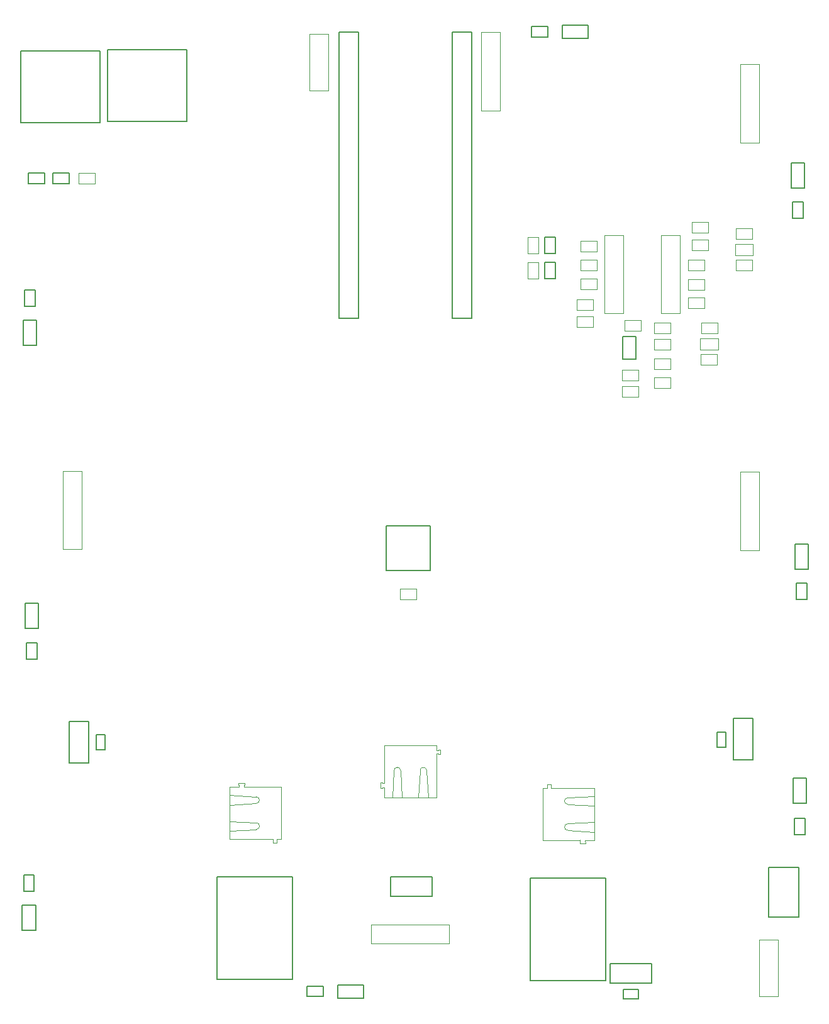
<source format=gbr>
G04*
G04 #@! TF.GenerationSoftware,Altium Limited,Altium Designer,22.4.2 (48)*
G04*
G04 Layer_Color=16711935*
%FSLAX24Y24*%
%MOIN*%
G70*
G04*
G04 #@! TF.SameCoordinates,537B0F5E-1D9E-48F4-ADA7-34FC38263873*
G04*
G04*
G04 #@! TF.FilePolarity,Positive*
G04*
G01*
G75*
%ADD13C,0.0079*%
%ADD68C,0.0039*%
D13*
X39369Y59946D02*
Y60654D01*
X38031D02*
X39369D01*
X38031Y59946D02*
Y60654D01*
Y59946D02*
X39369D01*
X37233Y60024D02*
Y60576D01*
X36367D02*
X37233D01*
X36367Y60024D02*
Y60576D01*
Y60024D02*
X37233D01*
X26174Y45125D02*
X27226D01*
Y60275D01*
X26174D02*
X27226D01*
X26174Y45125D02*
Y60275D01*
X32174Y45125D02*
X33226D01*
Y60275D01*
X32174D02*
X33226D01*
X32174Y45125D02*
Y60275D01*
X9524Y45767D02*
X10076D01*
Y46633D01*
X9524D02*
X10076D01*
X9524Y45767D02*
Y46633D01*
X9474Y14767D02*
X10026D01*
Y15633D01*
X9474D02*
X10026D01*
X9474Y14767D02*
Y15633D01*
X50424Y31083D02*
X50976D01*
X50424Y30217D02*
Y31083D01*
Y30217D02*
X50976D01*
Y31083D01*
X50324Y18633D02*
X50876D01*
X50324Y17767D02*
Y18633D01*
Y17767D02*
X50876D01*
Y18633D01*
X50224Y51283D02*
X50776D01*
X50224Y50417D02*
Y51283D01*
Y50417D02*
X50776D01*
Y51283D01*
X9624Y27933D02*
X10176D01*
X9624Y27067D02*
Y27933D01*
Y27067D02*
X10176D01*
Y27933D01*
X25333Y9174D02*
Y9726D01*
X24467D02*
X25333D01*
X24467Y9174D02*
Y9726D01*
Y9174D02*
X25333D01*
X50346Y33169D02*
X51054D01*
X50346Y31831D02*
Y33169D01*
Y31831D02*
X51054D01*
Y33169D01*
X27469Y9096D02*
Y9804D01*
X26131D02*
X27469D01*
X26131Y9096D02*
Y9804D01*
Y9096D02*
X27469D01*
X50246Y20769D02*
X50954D01*
X50246Y19431D02*
Y20769D01*
Y19431D02*
X50954D01*
Y20769D01*
X50146Y53369D02*
X50854D01*
X50146Y52031D02*
Y53369D01*
Y52031D02*
X50854D01*
Y53369D01*
X9446Y43681D02*
X10154D01*
Y45019D01*
X9446D02*
X10154D01*
X9446Y43681D02*
Y45019D01*
X9546Y30019D02*
X10254D01*
X9546Y28681D02*
Y30019D01*
Y28681D02*
X10254D01*
Y30019D01*
X9396Y12681D02*
X10104D01*
Y14019D01*
X9396D02*
X10104D01*
X9396Y12681D02*
Y14019D01*
X48938Y13391D02*
X50552D01*
Y16028D01*
X48938D02*
X50552D01*
X48938Y13391D02*
Y16028D01*
X37065Y47217D02*
X37635D01*
Y48083D01*
X37065D02*
X37635D01*
X37065Y47217D02*
Y48083D01*
Y48567D02*
X37635D01*
Y49433D01*
X37065D02*
X37635D01*
X37065Y48567D02*
Y49433D01*
X41217Y42950D02*
Y44150D01*
Y42950D02*
X41906D01*
Y44150D01*
X41217D02*
X41906D01*
X9300Y55500D02*
Y59300D01*
Y55500D02*
X13500D01*
Y59300D01*
X9300D02*
X13500D01*
X13900Y55564D02*
Y59364D01*
Y55564D02*
X18100D01*
Y59364D01*
X13900D02*
X18100D01*
X11883Y52265D02*
Y52835D01*
X11017D02*
X11883D01*
X11017Y52265D02*
Y52835D01*
Y52265D02*
X11883D01*
X10583D02*
Y52835D01*
X9717D02*
X10583D01*
X9717Y52265D02*
Y52835D01*
Y52265D02*
X10583D01*
X28669Y31769D02*
X31031D01*
Y34131D01*
X28669D02*
X31031D01*
X28669Y31769D02*
Y34131D01*
X19700Y10085D02*
Y15515D01*
Y10085D02*
X23700D01*
Y15515D01*
X19700D02*
X23700D01*
X36300Y10035D02*
Y15465D01*
Y10035D02*
X40300D01*
Y15465D01*
X36300D02*
X40300D01*
X31098Y14480D02*
Y15520D01*
X28902D02*
X31098D01*
X28902Y14480D02*
Y15520D01*
Y14480D02*
X31098D01*
X47075Y23929D02*
X48115D01*
X47075Y21732D02*
Y23929D01*
Y21732D02*
X48115D01*
Y23929D01*
X42748Y9880D02*
Y10920D01*
X40552D02*
X42748D01*
X40552Y9880D02*
Y10920D01*
Y9880D02*
X42748D01*
X11880Y21552D02*
X12920D01*
Y23748D01*
X11880D02*
X12920D01*
X11880Y21552D02*
Y23748D01*
X46199Y22386D02*
X46691D01*
Y23174D01*
X46199D02*
X46691D01*
X46199Y22386D02*
Y23174D01*
X42044Y9054D02*
Y9546D01*
X41256D02*
X42044D01*
X41256Y9054D02*
Y9546D01*
Y9054D02*
X42044D01*
X13304Y22256D02*
X13796D01*
Y23044D01*
X13304D02*
X13796D01*
X13304Y22256D02*
Y23044D01*
D68*
X29449Y21150D02*
G03*
X29095Y21150I-177J0D01*
G01*
X30827D02*
G03*
X30473Y21150I-177J0D01*
G01*
X38311Y18338D02*
G03*
X38311Y17984I0J-177D01*
G01*
Y19716D02*
G03*
X38311Y19362I0J-177D01*
G01*
X21789Y19412D02*
G03*
X21789Y19766I0J177D01*
G01*
Y18034D02*
G03*
X21789Y18388I0J177D01*
G01*
X29016Y19733D02*
X29093Y21150D01*
X29451D02*
X29528Y19733D01*
X30829Y21150D02*
X30906Y19733D01*
X30394D02*
X30471Y21150D01*
X28386Y20528D02*
X28584Y20501D01*
X28583Y20500D02*
Y22489D01*
X28386Y20214D02*
X28583Y20245D01*
X28386Y20214D02*
Y20528D01*
X31339Y19733D02*
Y22056D01*
Y22233D02*
Y22489D01*
X28583Y19733D02*
X31339D01*
X28583D02*
Y20245D01*
Y22489D02*
X31339D01*
X31536Y22036D02*
Y22252D01*
X31339Y22233D02*
X31536Y22252D01*
X31339Y22056D02*
X31536Y22036D01*
X47450Y58575D02*
X48450D01*
Y54425D02*
Y58575D01*
X47450Y54425D02*
X48450D01*
X47450D02*
Y58575D01*
X32025Y12000D02*
Y13000D01*
X27875Y12000D02*
X32025D01*
X27875D02*
Y13000D01*
X32025D01*
X43250Y45375D02*
X44250D01*
X43250D02*
Y49525D01*
X44250D01*
Y45375D02*
Y49525D01*
X40250Y45375D02*
X41250D01*
X40250D02*
Y49525D01*
X41250D01*
Y45375D02*
Y49525D01*
X45351Y42665D02*
Y43235D01*
X46217Y42665D02*
Y43235D01*
X45351D02*
X46217D01*
X45351Y42665D02*
X46217D01*
X45328Y43445D02*
X46272D01*
X45328Y44055D02*
X46272D01*
Y43445D02*
Y44055D01*
X45328Y43445D02*
Y44055D01*
X43733Y42415D02*
Y42985D01*
X42867Y42415D02*
Y42985D01*
Y42415D02*
X43733D01*
X42867Y42985D02*
X43733D01*
Y41415D02*
Y41985D01*
X42867Y41415D02*
Y41985D01*
Y41415D02*
X43733D01*
X42867Y41985D02*
X43733D01*
X41167Y40965D02*
Y41535D01*
X42033Y40965D02*
Y41535D01*
X41167D02*
X42033D01*
X41167Y40965D02*
X42033D01*
X42183Y44465D02*
Y45035D01*
X41317Y44465D02*
Y45035D01*
Y44465D02*
X42183D01*
X41317Y45035D02*
X42183D01*
X36165Y47217D02*
X36735D01*
X36165Y48083D02*
X36735D01*
X36165Y47217D02*
Y48083D01*
X36735Y47217D02*
Y48083D01*
X44667Y46615D02*
Y47185D01*
X45533Y46615D02*
Y47185D01*
X44667D02*
X45533D01*
X44667Y46615D02*
X45533D01*
X48083Y47665D02*
Y48235D01*
X47217Y47665D02*
Y48235D01*
Y47665D02*
X48083D01*
X47217Y48235D02*
X48083D01*
X44667Y47665D02*
Y48235D01*
X45533Y47665D02*
Y48235D01*
X44667D02*
X45533D01*
X44667Y47665D02*
X45533D01*
X36165Y49433D02*
X36735D01*
X36165Y48567D02*
X36735D01*
Y49433D01*
X36165Y48567D02*
Y49433D01*
X44867Y48715D02*
Y49285D01*
X45733Y48715D02*
Y49285D01*
X44867D02*
X45733D01*
X44867Y48715D02*
X45733D01*
X46233Y44315D02*
Y44885D01*
X45367Y44315D02*
Y44885D01*
Y44315D02*
X46233D01*
X45367Y44885D02*
X46233D01*
X48083Y49315D02*
Y49885D01*
X47217Y49315D02*
Y49885D01*
Y49315D02*
X48083D01*
X47217Y49885D02*
X48083D01*
X44867Y49665D02*
Y50235D01*
X45733Y49665D02*
Y50235D01*
X44867D02*
X45733D01*
X44867Y49665D02*
X45733D01*
X38972Y48665D02*
Y49235D01*
X39839Y48665D02*
Y49235D01*
X38972D02*
X39839D01*
X38972Y48665D02*
X39839D01*
X47178Y48445D02*
X48122D01*
X47178Y49055D02*
X48122D01*
Y48445D02*
Y49055D01*
X47178Y48445D02*
Y49055D01*
X42867Y43465D02*
Y44035D01*
X43733Y43465D02*
Y44035D01*
X42867D02*
X43733D01*
X42867Y43465D02*
X43733D01*
Y44315D02*
Y44885D01*
X42867Y44315D02*
Y44885D01*
Y44315D02*
X43733D01*
X42867Y44885D02*
X43733D01*
X44667Y45665D02*
Y46235D01*
X45533Y45665D02*
Y46235D01*
X44667D02*
X45533D01*
X44667Y45665D02*
X45533D01*
X38967Y47665D02*
Y48235D01*
X39833Y47665D02*
Y48235D01*
X38967D02*
X39833D01*
X38967Y47665D02*
X39833D01*
X38767Y44665D02*
Y45235D01*
X39633Y44665D02*
Y45235D01*
X38767D02*
X39633D01*
X38767Y44665D02*
X39633D01*
X38767Y45565D02*
Y46135D01*
X39633Y45565D02*
Y46135D01*
X38767D02*
X39633D01*
X38767Y45565D02*
X39633D01*
X38967Y46665D02*
Y47235D01*
X39833Y46665D02*
Y47235D01*
X38967D02*
X39833D01*
X38967Y46665D02*
X39833D01*
X42033Y41815D02*
Y42385D01*
X41167Y41815D02*
Y42385D01*
Y41815D02*
X42033D01*
X41167Y42385D02*
X42033D01*
X12367Y52265D02*
Y52835D01*
X13233Y52265D02*
Y52835D01*
X12367D02*
X13233D01*
X12367Y52265D02*
X13233D01*
X30283Y30215D02*
Y30785D01*
X29417Y30215D02*
Y30785D01*
Y30215D02*
X30283D01*
X29417Y30785D02*
X30283D01*
X38311Y17982D02*
X39728Y17905D01*
X38311Y18340D02*
X39728Y18417D01*
X38311Y19718D02*
X39728Y19795D01*
X38311Y19360D02*
X39728Y19283D01*
X38933Y17275D02*
X38960Y17473D01*
X36972Y17472D02*
X38960D01*
X39216D02*
X39247Y17275D01*
X38933D02*
X39247D01*
X37405Y20228D02*
X39728D01*
X36972D02*
X37228D01*
X39728Y17472D02*
Y20228D01*
X39216Y17472D02*
X39728D01*
X36972D02*
Y20228D01*
X37208Y20425D02*
X37425D01*
X37209Y20425D02*
X37228Y20228D01*
X37405D02*
X37424Y20425D01*
X20372Y19845D02*
X21789Y19768D01*
X20372Y19333D02*
X21789Y19410D01*
X20372Y17955D02*
X21789Y18032D01*
X20372Y18467D02*
X21789Y18390D01*
X21140Y20277D02*
X21167Y20475D01*
X21140Y20278D02*
X23128D01*
X20853Y20475D02*
X20884Y20278D01*
X20853Y20475D02*
X21167D01*
X20372Y17522D02*
X22695D01*
X22872D02*
X23128D01*
X20372D02*
Y20278D01*
X20884D01*
X23128Y17522D02*
Y20278D01*
X22675Y17325D02*
X22892D01*
X22872Y17522D02*
X22891Y17325D01*
X22676D02*
X22695Y17522D01*
X33700Y56125D02*
X34700D01*
X33700D02*
Y60275D01*
X34700D01*
Y56125D02*
Y60275D01*
X11550Y32875D02*
X12550D01*
X11550D02*
Y37025D01*
X12550D01*
Y32875D02*
Y37025D01*
X47450Y36975D02*
X48450D01*
Y32825D02*
Y36975D01*
X47450Y32825D02*
X48450D01*
X47450D02*
Y36975D01*
X48450Y9200D02*
Y12200D01*
X49450Y9200D02*
Y12200D01*
X48450Y9200D02*
X49450D01*
X48450Y12200D02*
X49450D01*
X24600Y57200D02*
Y60200D01*
X25600Y57200D02*
Y60200D01*
X24600Y57200D02*
X25600D01*
X24600Y60200D02*
X25600D01*
M02*

</source>
